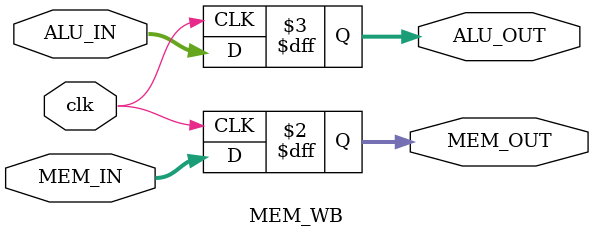
<source format=v>
`timescale 1ns/1ps

module IF_ID (PC_IN, IM_IN, PC_OUT, IM_OUT, clk);
    input [31:0] PC_IN, IM_IN;
    output reg [31:0] PC_OUT, IM_OUT;
    input clk;

    always @(negedge clk)
    begin
        PC_OUT = PC_IN;
        IM_OUT = IM_IN;
    end
endmodule

module ID_EX (PC_IN, RD1_IN, RD2_IN, IMM_IN, PC_OUT, RD1_OUT, RD2_OUT, IMM_OUT, clk);
    input [31:0] PC_IN, RD1_IN, RD2_IN;
    input [63:0] IMM_IN;
    output reg [31:0] PC_OUT, RD1_OUT, RD2_OUT;
    output reg [63:0] IMM_OUT;
    input clk;

    always @(negedge clk)
    begin
        PC_OUT = PC_IN;
        RD1_OUT = RD1_IN;
        RD2_OUT = RD2_IN;
        IMM_OUT = IMM_IN;
    end
endmodule

module EX_MEM (ADD_IN, ZERO_IN, ALU_IN, RD2_IN, ADD_OUT, ZERO_OUT, ALU_OUT, RD2_OUT, clk);
    input [31:0] ADD_IN, ALU_IN, RD2_IN;
    input ZERO_IN;
    output reg [31:0] ADD_OUT, ALU_OUT, RD2_OUT;
    output reg ZERO_OUT;
    input clk;

    always @(negedge clk)
    begin
        ADD_OUT = ADD_IN;
        ZERO_OUT = ZERO_IN;
        ALU_OUT = ALU_IN;
        RD2_OUT = RD2_IN;
    end
endmodule

module MEM_WB (MEM_IN, ALU_IN, MEM_OUT, ALU_OUT, clk);
    input [31:0] MEM_IN, ALU_IN;
    output reg [31:0] MEM_OUT, ALU_OUT;
    input clk;

    always @(negedge clk)
    begin
        ALU_OUT = ALU_IN;
        MEM_OUT = MEM_IN;
    end
endmodule
</source>
